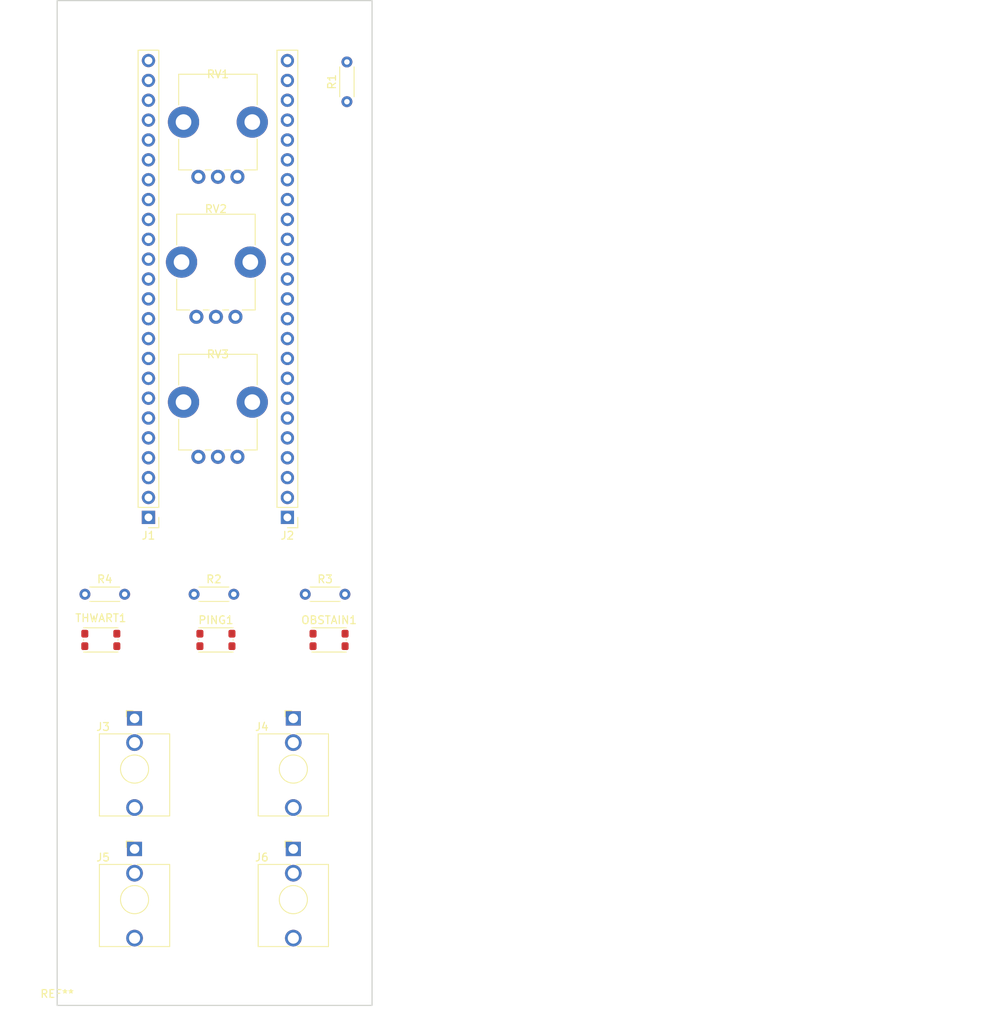
<source format=kicad_pcb>
(kicad_pcb (version 20210228) (generator pcbnew)
  (layers (0 "F.Cu" signal) (31 "B.Cu" signal) (34 "B.Paste" user) (35 "F.Paste" user) (36 "B.SilkS" user "B.Silkscreen") (37 "F.SilkS" user "F.Silkscreen") (38 "B.Mask" user) (39 "F.Mask" user) (44 "Edge.Cuts" user))
  (net 0 "")
  (net 1 "VREF")
  (net 2 "A2")
  (net 3 "A1")
  (net 4 "A0")
  (net 5 "/IOB_8A")
  (net 6 "/IOB_3B_G6")
  (net 7 "/IOB_13B")
  (net 8 "/IOB_16A")
  (net 9 "/IOB_20A")
  (net 10 "/IOB_31B")
  (net 11 "/IOB_29B")
  (net 12 "/IOB_24A")
  (net 13 "/IOB_23B")
  (net 14 "/IOB_22A")
  (net 15 "/CLK_12M_EXT")
  (net 16 "GND")
  (net 17 "/IOB_18A")
  (net 18 "/IOB_25B_G3")
  (net 19 "/FLASH_MISO")
  (net 20 "/FLASH_MOSI")
  (net 21 "/FT_SCK")
  (net 22 "/FT_SSn")
  (net 23 "REF_CLK")
  (net 24 "/IOT_51A")
  (net 25 "/IOT_48B")
  (net 26 "/IOT_49A")
  (net 27 "/IOT_44B")
  (net 28 "/IOT_45A_G1")
  (net 29 "/IOT_42B")
  (net 30 "/IOT_46B_G0")
  (net 31 "/IOT_43A")
  (net 32 "/IOT_38B")
  (net 33 "/IOT_39A")
  (net 34 "/IOT_36B")
  (net 35 "/IOT_37A")
  (net 36 "+3V3")
  (net 37 "+5VD")
  (net 38 "/LED_B")
  (net 39 "/LED_G")
  (net 40 "/LED_R")
  (net 41 "/CDONE")
  (net 42 "/CRESET_N")
  (net 43 "/VIO_BANK_0_2")
  (net 52 "Net-(R2-Pad1)")
  (net 53 "Net-(R3-Pad1)")
  (net 54 "Net-(R4-Pad1)")
  (footprint "josh-buttons-switches:SW_Push_KMR2" (layer "F.Cu") (at 101.854 101.346)
    (fp_text reference "PING1" (at 0 -2.54) (layer "F.SilkS"))
    (fp_text value "KMR2")
    (fp_line (start -2.2 1.55) (end 2.2 1.55) (layer "F.SilkS") (width 0.12))
    (fp_line (start 2.2 -1.55) (end -2.2 -1.55) (layer "F.SilkS") (width 0.12))
    (fp_line (start -2.2 0.05) (end -2.2 -0.05) (layer "F.SilkS") (width 0.12))
    (fp_line (start 2.2 0.05) (end 2.2 -0.05) (layer "F.SilkS") (width 0.12))
    (pad "1" smd roundrect (at 2.05 -0.8) (size 0.9 1) (layers "F.Cu" "F.Paste" "F.Mask") (net 53 "Net-(R3-Pad1)"))
    (pad "1" smd roundrect (at -2.05 -0.8) (size 0.9 1) (layers "F.Cu" "F.Paste" "F.Mask") (net 53 "Net-(R3-Pad1)"))
    (pad "2" smd roundrect (at 2.05 0.8) (size 0.9 1) (layers "F.Cu" "F.Paste" "F.Mask") (net 36 "+3V3"))
    (pad "2" smd roundrect (at -2.05 0.8) (size 0.9 1) (layers "F.Cu" "F.Paste" "F.Mask") (net 36 "+3V3"))
  )
  (footprint "josh-buttons-switches:SW_Push_KMR2" (layer "F.Cu") (at 87.122 101.346)
    (fp_text reference "THWART1" (at 0 -2.794) (layer "F.SilkS"))
    (fp_text value "KMR2")
    (fp_line (start 2.2 0.05) (end 2.2 -0.05) (layer "F.SilkS") (width 0.12))
    (fp_line (start -2.2 0.05) (end -2.2 -0.05) (layer "F.SilkS") (width 0.12))
    (fp_line (start 2.2 -1.55) (end -2.2 -1.55) (layer "F.SilkS") (width 0.12))
    (fp_line (start -2.2 1.55) (end 2.2 1.55) (layer "F.SilkS") (width 0.12))
    (pad "1" smd roundrect (at 2.05 -0.8) (size 0.9 1) (layers "F.Cu" "F.Paste" "F.Mask") (net 52 "Net-(R2-Pad1)"))
    (pad "1" smd roundrect (at -2.05 -0.8) (size 0.9 1) (layers "F.Cu" "F.Paste" "F.Mask") (net 52 "Net-(R2-Pad1)"))
    (pad "2" smd roundrect (at 2.05 0.8) (size 0.9 1) (layers "F.Cu" "F.Paste" "F.Mask") (net 36 "+3V3"))
    (pad "2" smd roundrect (at -2.05 0.8) (size 0.9 1) (layers "F.Cu" "F.Paste" "F.Mask") (net 36 "+3V3"))
  )
  (footprint "Potentiometer_THT:Potentiometer_Alps_RK09K_Single_Vertical" (layer "F.Cu") (at 104.354 60.025 90)
    (fp_text reference "RV2" (at 13.797 -2.5005 180) (layer "F.SilkS"))
    (fp_text value "5K")
    (fp_line (start 0.88 2.52) (end 4.817 2.52) (layer "F.SilkS") (width 0.12))
    (fp_line (start 0.88 -1.629) (end 0.88 -0.87) (layer "F.SilkS") (width 0.12))
    (fp_line (start 0.88 -7.521) (end 0.88 -5.871) (layer "F.SilkS") (width 0.12))
    (fp_line (start 0.88 -4.129) (end 0.88 -3.37) (layer "F.SilkS") (width 0.12))
    (fp_line (start 9.184 -7.521) (end 13.12 -7.521) (layer "F.SilkS") (width 0.12))
    (fp_line (start 0.88 -7.521) (end 4.817 -7.521) (layer "F.SilkS") (width 0.12))
    (fp_line (start 13.12 -7.521) (end 13.12 2.52) (layer "F.SilkS") (width 0.12))
    (fp_line (start 9.184 2.52) (end 13.12 2.52) (layer "F.SilkS") (width 0.12))
    (fp_line (start 0.88 0.87) (end 0.88 2.52) (layer "F.SilkS") (width 0.12))
    (pad "" np_thru_hole circle (at 7 -6.9 90) (size 4 4) (drill 2) (layers *.Cu *.Mask))
    (pad "" np_thru_hole circle (at 7 1.9 90) (size 4 4) (drill 2) (layers *.Cu *.Mask))
    (pad "1" thru_hole circle (at 0 0 90) (size 1.8 1.8) (drill 1) (layers *.Cu *.Mask) (net 37 "+5VD"))
    (pad "2" thru_hole circle (at 0 -2.5 90) (size 1.8 1.8) (drill 1) (layers *.Cu *.Mask) (net 3 "A1"))
    (pad "3" thru_hole circle (at 0 -5 90) (size 1.8 1.8) (drill 1) (layers *.Cu *.Mask) (net 16 "GND"))
  )
  (footprint "Connector_Audio:Jack_3.5mm_QingPu_WQP-PJ398SM_Vertical_CircularHoles" (layer "F.Cu") (at 111.76 111.38)
    (fp_text reference "J4" (at -4.03 1.08 180) (layer "F.SilkS"))
    (fp_text value "AudioJack2_Ground")
    (fp_line (start 4.5 1.98) (end 0.35 1.98) (layer "F.SilkS") (width 0.12))
    (fp_line (start -0.5 12.48) (end -4.5 12.48) (layer "F.SilkS") (width 0.12))
    (fp_line (start -1.06 -1) (end -0.2 -1) (layer "F.SilkS") (width 0.12))
    (fp_line (start -0.35 1.98) (end -4.5 1.98) (layer "F.SilkS") (width 0.12))
    (fp_line (start -4.5 1.98) (end -4.5 12.48) (layer "F.SilkS") (width 0.12))
    (fp_line (start -1.06 -1) (end -1.06 -0.2) (layer "F.SilkS") (width 0.12))
    (fp_line (start 4.5 1.98) (end 4.5 12.48) (layer "F.SilkS") (width 0.12))
    (fp_line (start 4.5 12.48) (end 0.5 12.48) (layer "F.SilkS") (width 0.12))
    (fp_circle (center 0 6.48) (end 1.8 6.48) (layer "F.SilkS") (width 0.12) (fill none))
    (pad "S" thru_hole rect (at 0 0 180) (size 1.93 1.83) (drill 1.22) (layers *.Cu *.Mask))
    (pad "T" thru_hole circle (at 0 11.4 180) (size 2.13 2.13) (drill 1.43) (layers *.Cu *.Mask))
    (pad "TN" thru_hole circle (at 0 3.1 180) (size 2.13 2.13) (drill 1.42) (layers *.Cu *.Mask))
  )
  (footprint "Potentiometer_THT:Potentiometer_Alps_RK09K_Single_Vertical" (layer "F.Cu") (at 104.608 77.932 90)
    (fp_text reference "RV3" (at 13.12 -2.5005 180) (layer "F.SilkS"))
    (fp_text value "5K")
    (fp_line (start 0.88 -1.629) (end 0.88 -0.87) (layer "F.SilkS") (width 0.12))
    (fp_line (start 9.184 -7.521) (end 13.12 -7.521) (layer "F.SilkS") (width 0.12))
    (fp_line (start 0.88 0.87) (end 0.88 2.52) (layer "F.SilkS") (width 0.12))
    (fp_line (start 0.88 -7.521) (end 4.817 -7.521) (layer "F.SilkS") (width 0.12))
    (fp_line (start 0.88 2.52) (end 4.817 2.52) (layer "F.SilkS") (width 0.12))
    (fp_line (start 13.12 -7.521) (end 13.12 2.52) (layer "F.SilkS") (width 0.12))
    (fp_line (start 0.88 -7.521) (end 0.88 -5.871) (layer "F.SilkS") (width 0.12))
    (fp_line (start 0.88 -4.129) (end 0.88 -3.37) (layer "F.SilkS") (width 0.12))
    (fp_line (start 9.184 2.52) (end 13.12 2.52) (layer "F.SilkS") (width 0.12))
    (pad "" np_thru_hole circle (at 7 1.9 90) (size 4 4) (drill 2) (layers *.Cu *.Mask))
    (pad "" np_thru_hole circle (at 7 -6.9 90) (size 4 4) (drill 2) (layers *.Cu *.Mask))
    (pad "1" thru_hole circle (at 0 0 90) (size 1.8 1.8) (drill 1) (layers *.Cu *.Mask) (net 37 "+5VD"))
    (pad "2" thru_hole circle (at 0 -2.5 90) (size 1.8 1.8) (drill 1) (layers *.Cu *.Mask) (net 2 "A2"))
    (pad "3" thru_hole circle (at 0 -5 90) (size 1.8 1.8) (drill 1) (layers *.Cu *.Mask) (net 16 "GND"))
  )
  (footprint "Potentiometer_THT:Potentiometer_Alps_RK09K_Single_Vertical" (layer "F.Cu") (at 104.608 42.118 90)
    (fp_text reference "RV1" (at 13.12 -2.5005 180) (layer "F.SilkS"))
    (fp_text value "5K")
    (fp_line (start 13.12 -7.521) (end 13.12 2.52) (layer "F.SilkS") (width 0.12))
    (fp_line (start 0.88 -1.629) (end 0.88 -0.87) (layer "F.SilkS") (width 0.12))
    (fp_line (start 0.88 0.87) (end 0.88 2.52) (layer "F.SilkS") (width 0.12))
    (fp_line (start 9.184 -7.521) (end 13.12 -7.521) (layer "F.SilkS") (width 0.12))
    (fp_line (start 0.88 -4.129) (end 0.88 -3.37) (layer "F.SilkS") (width 0.12))
    (fp_line (start 9.184 2.52) (end 13.12 2.52) (layer "F.SilkS") (width 0.12))
    (fp_line (start 0.88 -7.521) (end 4.817 -7.521) (layer "F.SilkS") (width 0.12))
    (fp_line (start 0.88 2.52) (end 4.817 2.52) (layer "F.SilkS") (width 0.12))
    (fp_line (start 0.88 -7.521) (end 0.88 -5.871) (layer "F.SilkS") (width 0.12))
    (pad "" np_thru_hole circle (at 7 1.9 90) (size 4 4) (drill 2) (layers *.Cu *.Mask))
    (pad "" np_thru_hole circle (at 7 -6.9 90) (size 4 4) (drill 2) (layers *.Cu *.Mask))
    (pad "1" thru_hole circle (at 0 0 90) (size 1.8 1.8) (drill 1) (layers *.Cu *.Mask) (net 37 "+5VD"))
    (pad "2" thru_hole circle (at 0 -2.5 90) (size 1.8 1.8) (drill 1) (layers *.Cu *.Mask) (net 4 "A0"))
    (pad "3" thru_hole circle (at 0 -5 90) (size 1.8 1.8) (drill 1) (layers *.Cu *.Mask) (net 16 "GND"))
  )
  (footprint "Connector_Audio:Jack_3.5mm_QingPu_WQP-PJ398SM_Vertical_CircularHoles" (layer "F.Cu") (at 111.76 128.078)
    (fp_text reference "J6" (at -4.03 1.08 180) (layer "F.SilkS"))
    (fp_text value "AudioJack2_Ground")
    (fp_line (start 4.5 12.48) (end 0.5 12.48) (layer "F.SilkS") (width 0.12))
    (fp_line (start 4.5 1.98) (end 0.35 1.98) (layer "F.SilkS") (width 0.12))
    (fp_line (start -0.35 1.98) (end -4.5 1.98) (layer "F.SilkS") (width 0.12))
    (fp_line (start -1.06 -1) (end -1.06 -0.2) (layer "F.SilkS") (width 0.12))
    (fp_line (start 4.5 1.98) (end 4.5 12.48) (layer "F.SilkS") (width 0.12))
    (fp_line (start -1.06 -1) (end -0.2 -1) (layer "F.SilkS") (width 0.12))
    (fp_line (start -0.5 12.48) (end -4.5 12.48) (layer "F.SilkS") (width 0.12))
    (fp_line (start -4.5 1.98) (end -4.5 12.48) (layer "F.SilkS") (width 0.12))
    (fp_circle (center 0 6.48) (end 1.8 6.48) (layer "F.SilkS") (width 0.12) (fill none))
    (pad "S" thru_hole rect (at 0 0 180) (size 1.93 1.83) (drill 1.22) (layers *.Cu *.Mask))
    (pad "T" thru_hole circle (at 0 11.4 180) (size 2.13 2.13) (drill 1.43) (layers *.Cu *.Mask))
    (pad "TN" thru_hole circle (at 0 3.1 180) (size 2.13 2.13) (drill 1.42) (layers *.Cu *.Mask))
  )
  (footprint "Resistor_THT:R_Axial_DIN0204_L3.6mm_D1.6mm_P5.08mm_Horizontal" (layer "F.Cu") (at 85.09 95.504)
    (fp_text reference "R4" (at 2.54 -1.92) (layer "F.SilkS"))
    (fp_text value "R_Small")
    (fp_line (start 0.62 -0.92) (end 4.46 -0.92) (layer "F.SilkS") (width 0.12))
    (fp_line (start 0.62 0.92) (end 4.46 0.92) (layer "F.SilkS") (width 0.12))
    (pad "1" thru_hole circle (at 0 0) (size 1.4 1.4) (drill 0.7) (layers *.Cu *.Mask) (net 54 "Net-(R4-Pad1)"))
    (pad "2" thru_hole oval (at 5.08 0) (size 1.4 1.4) (drill 0.7) (layers *.Cu *.Mask) (net 16 "GND"))
  )
  (footprint "Resistor_THT:R_Axial_DIN0204_L3.6mm_D1.6mm_P5.08mm_Horizontal" (layer "F.Cu") (at 118.618 32.512 90)
    (fp_text reference "R1" (at 2.54 -1.92 90) (layer "F.SilkS"))
    (fp_text value "1K")
    (fp_line (start 0.62 0.92) (end 4.46 0.92) (layer "F.SilkS") (width 0.12))
    (fp_line (start 0.62 -0.92) (end 4.46 -0.92) (layer "F.SilkS") (width 0.12))
    (pad "1" thru_hole circle (at 0 0 90) (size 1.4 1.4) (drill 0.7) (layers *.Cu *.Mask) (net 23 "REF_CLK"))
    (pad "2" thru_hole oval (at 5.08 0 90) (size 1.4 1.4) (drill 0.7) (layers *.Cu *.Mask) (net 1 "VREF"))
  )
  (footprint "Connector_Audio:Jack_3.5mm_QingPu_WQP-PJ398SM_Vertical_CircularHoles" (layer "F.Cu") (at 91.44 111.38)
    (fp_text reference "J3" (at -4.03 1.08 180) (layer "F.SilkS"))
    (fp_text value "AudioJack2_Ground")
    (fp_line (start -4.5 1.98) (end -4.5 12.48) (layer "F.SilkS") (width 0.12))
    (fp_line (start -0.5 12.48) (end -4.5 12.48) (layer "F.SilkS") (width 0.12))
    (fp_line (start 4.5 12.48) (end 0.5 12.48) (layer "F.SilkS") (width 0.12))
    (fp_line (start -1.06 -1) (end -0.2 -1) (layer "F.SilkS") (width 0.12))
    (fp_line (start 4.5 1.98) (end 0.35 1.98) (layer "F.SilkS") (width 0.12))
    (fp_line (start 4.5 1.98) (end 4.5 12.48) (layer "F.SilkS") (width 0.12))
    (fp_line (start -0.35 1.98) (end -4.5 1.98) (layer "F.SilkS") (width 0.12))
    (fp_line (start -1.06 -1) (end -1.06 -0.2) (layer "F.SilkS") (width 0.12))
    (fp_circle (center 0 6.48) (end 1.8 6.48) (layer "F.SilkS") (width 0.12) (fill none))
    (pad "S" thru_hole rect (at 0 0 180) (size 1.93 1.83) (drill 1.22) (layers *.Cu *.Mask))
    (pad "T" thru_hole circle (at 0 11.4 180) (size 2.13 2.13) (drill 1.43) (layers *.Cu *.Mask))
    (pad "TN" thru_hole circle (at 0 3.1 180) (size 2.13 2.13) (drill 1.42) (layers *.Cu *.Mask))
  )
  (footprint "Resistor_THT:R_Axial_DIN0204_L3.6mm_D1.6mm_P5.08mm_Horizontal" (layer "F.Cu") (at 113.284 95.504)
    (fp_text reference "R3" (at 2.54 -1.92) (layer "F.SilkS"))
    (fp_text value "R_Small")
    (fp_line (start 0.62 -0.92) (end 4.46 -0.92) (layer "F.SilkS") (width 0.12))
    (fp_line (start 0.62 0.92) (end 4.46 0.92) (layer "F.SilkS") (width 0.12))
    (pad "1" thru_hole circle (at 0 0) (size 1.4 1.4) (drill 0.7) (layers *.Cu *.Mask) (net 53 "Net-(R3-Pad1)"))
    (pad "2" thru_hole oval (at 5.08 0) (size 1.4 1.4) (drill 0.7) (layers *.Cu *.Mask) (net 16 "GND"))
  )
  (footprint "Resistor_THT:R_Axial_DIN0204_L3.6mm_D1.6mm_P5.08mm_Horizontal" (layer "F.Cu") (at 99.06 95.504)
    (fp_text reference "R2" (at 2.54 -1.92) (layer "F.SilkS"))
    (fp_text value "R_Small")
    (fp_line (start 0.62 -0.92) (end 4.46 -0.92) (layer "F.SilkS") (width 0.12))
    (fp_line (start 0.62 0.92) (end 4.46 0.92) (layer "F.SilkS") (width 0.12))
    (pad "1" thru_hole circle (at 0 0) (size 1.4 1.4) (drill 0.7) (layers *.Cu *.Mask) (net 52 "Net-(R2-Pad1)"))
    (pad "2" thru_hole oval (at 5.08 0) (size 1.4 1.4) (drill 0.7) (layers *.Cu *.Mask) (net 16 "GND"))
  )
  (footprint "Connector_PinHeader_2.54mm:PinHeader_1x24_P2.54mm_Vertical" (layer "F.Cu") (at 93.22 85.67 180)
    (fp_text reference "J1" (at 0 -2.33) (layer "F.SilkS"))
    (fp_text value "Left")
    (fp_line (start -1.33 -1.33) (end 0 -1.33) (layer "F.SilkS") (width 0.12))
    (fp_line (start -1.33 1.27) (end -1.33 59.75) (layer "F.SilkS") (width 0.12))
    (fp_line (start -1.33 0) (end -1.33 -1.33) (layer "F.SilkS") (width 0.12))
    (fp_line (start -1.33 1.27) (end 1.33 1.27) (layer "F.SilkS") (width 0.12))
    (fp_line (start 1.33 1.27) (end 1.33 59.75) (layer "F.SilkS") (width 0.12))
    (fp_line (start -1.33 59.75) (end 1.33 59.75) (layer "F.SilkS") (width 0.12))
    (pad "1" thru_hole rect (at 0 0 180) (size 1.7 1.7) (drill 1) (layers *.Cu *.Mask) (net 22 "/FT_SSn"))
    (pad "2" thru_hole oval (at 0 2.54 180) (size 1.7 1.7) (drill 1) (layers *.Cu *.Mask) (net 21 "/FT_SCK"))
    (pad "3" thru_hole oval (at 0 5.08 180) (size 1.7 1.7) (drill 1) (layers *.Cu *.Mask) (net 20 "/FLASH_MOSI"))
    (pad "4" thru_hole oval (at 0 7.62 180) (size 1.7 1.7) (drill 1) (layers *.Cu *.Mask) (net 19 "/FLASH_MISO"))
    (pad "5" thru_hole oval (at 0 10.16 180) (size 1.7 1.7) (drill 1) (layers *.Cu *.Mask) (net 18 "/IOB_25B_G3"))
    (pad "6" thru_hole oval (at 0 12.7 180) (size 1.7 1.7) (drill 1) (layers *.Cu *.Mask) (net 17 "/IOB_18A"))
    (pad "7" thru_hole oval (at 0 15.24 180) (size 1.7 1.7) (drill 1) (layers *.Cu *.Mask) (net 16 "GND"))
    (pad "8" thru_hole oval (at 0 17.78 180) (size 1.7 1.7) (drill 1) (layers *.Cu *.Mask) (net 15 "/CLK_12M_EXT"))
    (pad "9" thru_hole oval (at 0 20.32 180) (size 1.7 1.7) (drill 1) (layers *.Cu *.Mask) (net 14 "/IOB_22A"))
    (pad "10" thru_hole oval (at 0 22.86 180) (size 1.7 1.7) (drill 1) (layers *.Cu *.Mask) (net 13 "/IOB_23B"))
    (pad "11" thru_hole oval (at 0 25.4 180) (size 1.7 1.7) (drill 1) (layers *.Cu *.Mask) (net 12 "/IOB_24A"))
    (pad "12" thru_hole oval (at 0 27.94 180) (size 1.7 1.7) (drill 1) (layers *.Cu *.Mask) (net 11 "/IOB_29B"))
    (pad "13" thru_hole oval (at 0 30.48 180) (size 1.7 1.7) (drill 1) (layers *.Cu *.Mask) (net 10 "/IOB_31B"))
    (pad "14" thru_hole oval (at 0 33.02 180) (size 1.7 1.7) (drill 1) (layers *.Cu *.Mask) (net 9 "/IOB_20A"))
    (pad "15" thru_hole oval (at 0 35.56 180) (size 1.7 1.7) (drill 1) (layers *.Cu *.Mask) (net 8 "/IOB_16A"))
    (pad "16" thru_hole oval (at 0 38.1 180) (size 1.7 1.7) (drill 1) (layers *.Cu *.Mask) (net 7 "/IOB_13B"))
    (pad "17" thru_hole oval (at 0 40.64 180) (size 1.7 1.7) (drill 1) (layers *.Cu *.Mask) (net 6 "/IOB_3B_G6"))
    (pad "18" thru_hole oval (at 0 43.18 180) (size 1.7 1.7) (drill 1) (layers *.Cu *.Mask) (net 5 "/IOB_8A"))
    (pad "19" thru_hole oval (at 0 45.72 180) (size 1.7 1.7) (drill 1) (layers *.Cu *.Mask) (net 4 "A0"))
    (pad "20" thru_hole oval (at 0 48.26 180) (size 1.7 1.7) (drill 1) (layers *.Cu *.Mask) (net 1 "VREF"))
    (pad "21" thru_hole oval (at 0 50.8 180) (size 1.7 1.7) (drill 1) (layers *.Cu *.Mask) (net 3 "A1"))
    (pad "22" thru_hole oval (at 0 53.34 180) (size 1.7 1.7) (drill 1) (layers *.Cu *.Mask) (net 1 "VREF"))
    (pad "23" thru_hole oval (at 0 55.88 180) (size 1.7 1.7) (drill 1) (layers *.Cu *.Mask) (net 2 "A2"))
    (pad "24" thru_hole oval (at 0 58.42 180) (size 1.7 1.7) (drill 1) (layers *.Cu *.Mask) (net 1 "VREF"))
  )
  (footprint "Connector_Audio:Jack_3.5mm_QingPu_WQP-PJ398SM_Vertical_CircularHoles" (layer "F.Cu") (at 91.44 128.078)
    (fp_text reference "J5" (at -4.03 1.08 180) (layer "F.SilkS"))
    (fp_text value "AudioJack2_Ground")
    (fp_line (start -0.35 1.98) (end -4.5 1.98) (layer "F.SilkS") (width 0.12))
    (fp_line (start -0.5 12.48) (end -4.5 12.48) (layer "F.SilkS") (width 0.12))
    (fp_line (start 4.5 1.98) (end 0.35 1.98) (layer "F.SilkS") (width 0.12))
    (fp_line (start -4.5 1.98) (end -4.5 12.48) (layer "F.SilkS") (width 0.12))
    (fp_line (start -1.06 -1) (end -0.2 -1) (layer "F.SilkS") (width 0.12))
    (fp_line (start -1.06 -1) (end -1.06 -0.2) (layer "F.SilkS") (width 0.12))
    (fp_line (start 4.5 1.98) (end 4.5 12.48) (layer "F.SilkS") (width 0.12))
    (fp_line (start 4.5 12.48) (end 0.5 12.48) (layer "F.SilkS") (width 0.12))
    (fp_circle (center 0 6.48) (end 1.8 6.48) (layer "F.SilkS") (width 0.12) (fill none))
    (pad "S" thru_hole rect (at 0 0 180) (size 1.93 1.83) (drill 1.22) (layers *.Cu *.Mask))
    (pad "T" thru_hole circle (at 0 11.4 180) (size 2.13 2.13) (drill 1.43) (layers *.Cu *.Mask))
    (pad "TN" thru_hole circle (at 0 3.1 180) (size 2.13 2.13) (drill 1.42) (layers *.Cu *.Mask))
  )
  (footprint "josh-buttons-switches:SW_Push_KMR2" (layer "F.Cu") (at 116.332 101.346)
    (fp_text reference "OBSTAIN1" (at 0 -2.54) (layer "F.SilkS"))
    (fp_text value "KMR2")
    (fp_line (start 2.2 0.05) (end 2.2 -0.05) (layer "F.SilkS") (width 0.12))
    (fp_line (start -2.2 0.05) (end -2.2 -0.05) (layer "F.SilkS") (width 0.12))
    (fp_line (start 2.2 -1.55) (end -2.2 -1.55) (layer "F.SilkS") (width 0.12))
    (fp_line (start -2.2 1.55) (end 2.2 1.55) (layer "F.SilkS") (width 0.12))
    (pad "1" smd roundrect (at -2.05 -0.8) (size 0.9 1) (layers "F.Cu" "F.Paste" "F.Mask") (net 54 "Net-(R4-Pad1)"))
    (pad "1" smd roundrect (at 2.05 -0.8) (size 0.9 1) (layers "F.Cu" "F.Paste" "F.Mask") (net 54 "Net-(R4-Pad1)"))
    (pad "2" smd roundrect (at 2.05 0.8) (size 0.9 1) (layers "F.Cu" "F.Paste" "F.Mask") (net 36 "+3V3"))
    (pad "2" smd roundrect (at -2.05 0.8) (size 0.9 1) (layers "F.Cu" "F.Paste" "F.Mask") (net 36 "+3V3"))
  )
  (footprint "Atlab:EuroRack-3U-8HP" (layer "F.Cu") (at 81.534 148.082)
    (fp_text reference "REF**" (at 0 -1.476 unlocked) (layer "F.SilkS"))
    (fp_text value "EuroRack-3U-8HP")
    (fp_rect (start 0 0) (end 40.3 -128.5) (layer "Edge.Cuts") (width 0.15) (fill none))
    (pad "" np_thru_hole circle (at 32.8 -125.5) (size 3.2 3.2) (drill 3.2) (layers F&B.Cu *.Mask))
    (pad "" np_thru_hole circle (at 7.5 -3) (size 3.2 3.2) (drill 3.2) (layers F&B.Cu *.Mask))
    (pad "" np_thru_hole circle (at 7.5 -125.5) (size 3.2 3.2) (drill 3.2) (layers F&B.Cu))
    (pad "" np_thru_hole circle (at 32.8 -3) (size 3.2 3.2) (drill 3.2) (layers F&B.Cu *.Mask))
  )
  (footprint "Connector_PinHeader_2.54mm:PinHeader_1x24_P2.54mm_Vertical" (layer "F.Cu") (at 111 85.67 180)
    (fp_text reference "J2" (at 0 -2.33) (layer "F.SilkS"))
    (fp_text value "Right")
    (fp_line (start 1.33 1.27) (end 1.33 59.75) (layer "F.SilkS") (width 0.12))
    (fp_line (start -1.33 59.75) (end 1.33 59.75) (layer "F.SilkS") (width 0.12))
    (fp_line (start -1.33 1.27) (end -1.33 59.75) (layer "F.SilkS") (width 0.12))
    (fp_line (start -1.33 -1.33) (end 0 -1.33) (layer "F.SilkS") (width 0.12))
    (fp_line (start -1.33 0) (end -1.33 -1.33) (layer "F.SilkS") (width 0.12))
    (fp_line (start -1.33 1.27) (end 1.33 1.27) (layer "F.SilkS") (width 0.12))
    (pad "1" thru_hole rect (at 0 0 180) (size 1.7 1.7) (drill 1) (layers *.Cu *.Mask) (net 16 "GND"))
    (pad "2" thru_hole oval (at 0 2.54 180) (size 1.7 1.7) (drill 1) (layers *.Cu *.Mask) (net 43 "/VIO_BANK_0_2"))
    (pad "3" thru_hole oval (at 0 5.08 180) (size 1.7 1.7) (drill 1) (layers *.Cu *.Mask) (net 42 "/CRESET_N"))
    (pad "4" thru_hole oval (at 0 7.62 180) (size 1.7 1.7) (drill 1) (layers *.Cu *.Mask) (net 41 "/CDONE"))
    (pad "5" thru_hole oval (at 0 10.16 180) (size 1.7 1.7) (drill 1) (layers *.Cu *.Mask) (net 40 "/LED_R"))
    (pad "6" thru_hole oval (at 0 12.7 180) (size 1.7 1.7) (drill 1) (layers *.Cu *.Mask) (net 39 "/LED_G"))
    (pad "7" thru_hole oval (at 0 15.24 180) (size 1.7 1.7) (drill 1) (layers *.Cu *.Mask) (net 38 "/LED_B"))
    (pad "8" thru_hole oval (at 0 17.78 180) (size 1.7 1.7) (drill 1) (layers *.Cu *.Mask) (net 37 "+5VD"))
    (pad "9" thru_hole oval (at 0 20.32 180) (size 1.7 1.7) (drill 1) (layers *.Cu *.Mask) (net 36 "+3V3"))
    (pad "10" thru_hole oval (at 0 22.86 180) (size 1.7 1.7) (drill 1) (layers *.Cu *.Mask) (net 16 "GND"))
    (pad "11" thru_hole oval (at 0 25.4 180) (size 1.7 1.7) (drill 1) (layers *.Cu *.Mask) (net 35 "/IOT_37A"))
    (pad "12" thru_hole oval (at 0 27.94 180) (size 1.7 1.7) (drill 1) (layers *.Cu *.Mask) (net 34 "/IOT_36B"))
    (pad "13" thru_hole oval (at 0 30.48 180) (size 1.7 1.7) (drill 1) (layers *.Cu *.Mask) (net 33 "/IOT_39A"))
    (pad "14" thru_hole oval (at 0 33.02 180) (size 1.7 1.7) (drill 1) (layers *.Cu *.Mask) (net 32 "/IOT_38B"))
    (pad "15" thru_hole oval (at 0 35.56 180) (size 1.7 1.7) (drill 1) (layers *.Cu *.Mask) (net 31 "/IOT_43A"))
    (pad "16" thru_hole oval (at 0 38.1 180) (size 1.7 1.7) (drill 1) (layers *.Cu *.Mask) (net 30 "/IOT_46B_G0"))
    (pad "17" thru_hole oval (at 0 40.64 180) (size 1.7 1.7) (drill 1) (layers *.Cu *.Mask) (net 29 "/IOT_42B"))
    (pad "18" thru_hole oval (at 0 43.18 180) (size 1.7 1.7) (drill 1) (layers *.Cu *.Mask) (net 28 "/IOT_45A_G1"))
    (pad "19" thru_hole oval (at 0 45.72 180) (size 1.7 1.7) (drill 1) (layers *.Cu *.Mask) (net 27 "/IOT_44B"))
    (pad "20" thru_hole oval (at 0 48.26 180) (size 1.7 1.7) (drill 1) (layers *.Cu *.Mask) (net 26 "/IOT_49A"))
    (pad "21" thru_hole oval (at 0 50.8 180) (size 1.7 1.7) (drill 1) (layers *.Cu *.Mask) (net 25 "/IOT_48B"))
    (pad "22" thru_hole oval (at 0 53.34 180) (size 1.7 1.7) (drill 1) (layers *.Cu *.Mask) (net 24 "/IOT_51A"))
    (pad "23" thru_hole oval (at 0 55.88 180) (size 1.7 1.7) (drill 1) (layers *.Cu *.Mask) (net 23 "REF_CLK"))
    (pad "24" thru_hole oval (at 0 58.42 180) (size 1.7 1.7) (drill 1) (layers *.Cu *.Mask) (net 1 "VREF"))
  )
)
</source>
